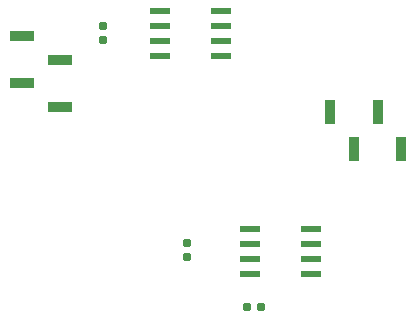
<source format=gbr>
%TF.GenerationSoftware,KiCad,Pcbnew,(6.0.10)*%
%TF.CreationDate,2023-03-04T21:34:46+00:00*%
%TF.ProjectId,INS_CW2_ABB_2,494e535f-4357-4325-9f41-42425f322e6b,rev?*%
%TF.SameCoordinates,Original*%
%TF.FileFunction,Paste,Top*%
%TF.FilePolarity,Positive*%
%FSLAX46Y46*%
G04 Gerber Fmt 4.6, Leading zero omitted, Abs format (unit mm)*
G04 Created by KiCad (PCBNEW (6.0.10)) date 2023-03-04 21:34:46*
%MOMM*%
%LPD*%
G01*
G04 APERTURE LIST*
G04 Aperture macros list*
%AMRoundRect*
0 Rectangle with rounded corners*
0 $1 Rounding radius*
0 $2 $3 $4 $5 $6 $7 $8 $9 X,Y pos of 4 corners*
0 Add a 4 corners polygon primitive as box body*
4,1,4,$2,$3,$4,$5,$6,$7,$8,$9,$2,$3,0*
0 Add four circle primitives for the rounded corners*
1,1,$1+$1,$2,$3*
1,1,$1+$1,$4,$5*
1,1,$1+$1,$6,$7*
1,1,$1+$1,$8,$9*
0 Add four rect primitives between the rounded corners*
20,1,$1+$1,$2,$3,$4,$5,0*
20,1,$1+$1,$4,$5,$6,$7,0*
20,1,$1+$1,$6,$7,$8,$9,0*
20,1,$1+$1,$8,$9,$2,$3,0*%
G04 Aperture macros list end*
%ADD10RoundRect,0.160000X-0.160000X0.197500X-0.160000X-0.197500X0.160000X-0.197500X0.160000X0.197500X0*%
%ADD11RoundRect,0.160000X0.197500X0.160000X-0.197500X0.160000X-0.197500X-0.160000X0.197500X-0.160000X0*%
%ADD12R,0.900000X2.000000*%
%ADD13R,2.000000X0.900000*%
%ADD14R,1.750000X0.590000*%
G04 APERTURE END LIST*
D10*
%TO.C,R2*%
X120295500Y-78396500D03*
X120295500Y-79591500D03*
%TD*%
D11*
%TO.C,R1*%
X126555000Y-83820000D03*
X125360000Y-83820000D03*
%TD*%
D10*
%TO.C,R3*%
X113157000Y-60071000D03*
X113157000Y-61266000D03*
%TD*%
D12*
%TO.C,J2*%
X138398000Y-70510000D03*
X136398000Y-67310000D03*
X134398000Y-70510000D03*
X132398000Y-67310000D03*
%TD*%
D13*
%TO.C,J1*%
X106263000Y-60903500D03*
X109463000Y-62903500D03*
X106263000Y-64903500D03*
X109463000Y-66903500D03*
%TD*%
D14*
%TO.C,IC2*%
X117983000Y-58801000D03*
X117983000Y-60071000D03*
X117983000Y-61341000D03*
X117983000Y-62611000D03*
X123153000Y-62611000D03*
X123153000Y-61341000D03*
X123153000Y-60071000D03*
X123153000Y-58801000D03*
%TD*%
%TO.C,IC1*%
X125558000Y-77216000D03*
X125558000Y-78486000D03*
X125558000Y-79756000D03*
X125558000Y-81026000D03*
X130728000Y-81026000D03*
X130728000Y-79756000D03*
X130728000Y-78486000D03*
X130728000Y-77216000D03*
%TD*%
M02*

</source>
